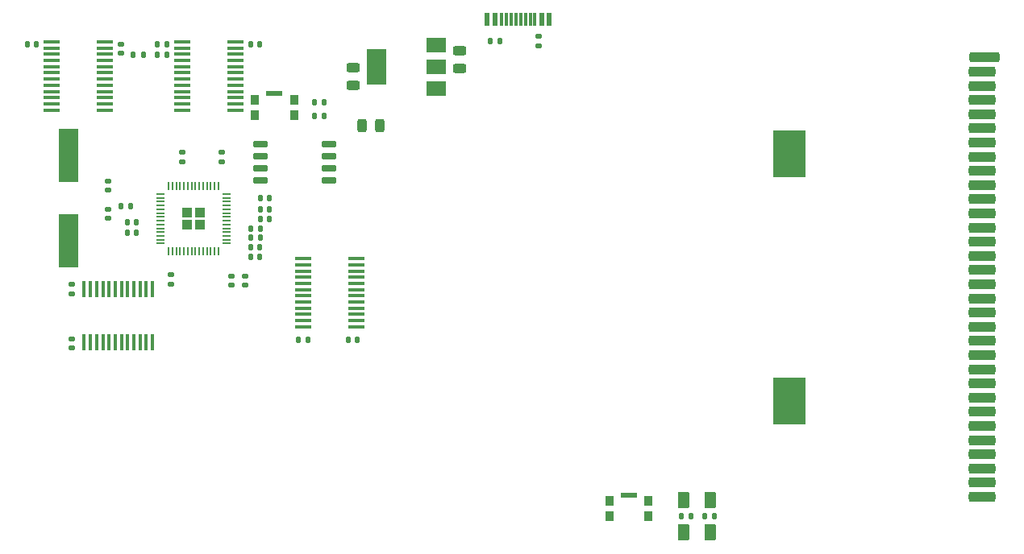
<source format=gtp>
G04 #@! TF.GenerationSoftware,KiCad,Pcbnew,6.0.2+dfsg-1*
G04 #@! TF.CreationDate,2022-11-20T12:02:48+01:00*
G04 #@! TF.ProjectId,gb-stream-cart,67622d73-7472-4656-916d-2d636172742e,REV1*
G04 #@! TF.SameCoordinates,PX4cf3b50PY7de2900*
G04 #@! TF.FileFunction,Paste,Top*
G04 #@! TF.FilePolarity,Positive*
%FSLAX46Y46*%
G04 Gerber Fmt 4.6, Leading zero omitted, Abs format (unit mm)*
G04 Created by KiCad (PCBNEW 6.0.2+dfsg-1) date 2022-11-20 12:02:48*
%MOMM*%
%LPD*%
G01*
G04 APERTURE LIST*
G04 Aperture macros list*
%AMRoundRect*
0 Rectangle with rounded corners*
0 $1 Rounding radius*
0 $2 $3 $4 $5 $6 $7 $8 $9 X,Y pos of 4 corners*
0 Add a 4 corners polygon primitive as box body*
4,1,4,$2,$3,$4,$5,$6,$7,$8,$9,$2,$3,0*
0 Add four circle primitives for the rounded corners*
1,1,$1+$1,$2,$3*
1,1,$1+$1,$4,$5*
1,1,$1+$1,$6,$7*
1,1,$1+$1,$8,$9*
0 Add four rect primitives between the rounded corners*
20,1,$1+$1,$2,$3,$4,$5,0*
20,1,$1+$1,$4,$5,$6,$7,0*
20,1,$1+$1,$6,$7,$8,$9,0*
20,1,$1+$1,$8,$9,$2,$3,0*%
G04 Aperture macros list end*
%ADD10RoundRect,0.135000X0.135000X0.185000X-0.135000X0.185000X-0.135000X-0.185000X0.135000X-0.185000X0*%
%ADD11RoundRect,0.147500X-0.147500X-0.172500X0.147500X-0.172500X0.147500X0.172500X-0.147500X0.172500X0*%
%ADD12RoundRect,0.243750X0.243750X0.456250X-0.243750X0.456250X-0.243750X-0.456250X0.243750X-0.456250X0*%
%ADD13RoundRect,0.147500X0.147500X0.172500X-0.147500X0.172500X-0.147500X-0.172500X0.147500X-0.172500X0*%
%ADD14RoundRect,0.135000X-0.135000X-0.185000X0.135000X-0.185000X0.135000X0.185000X-0.135000X0.185000X0*%
%ADD15RoundRect,0.140000X-0.140000X-0.170000X0.140000X-0.170000X0.140000X0.170000X-0.140000X0.170000X0*%
%ADD16R,2.100000X5.600000*%
%ADD17RoundRect,0.243750X-0.456250X0.243750X-0.456250X-0.243750X0.456250X-0.243750X0.456250X0.243750X0*%
%ADD18RoundRect,0.147500X-0.172500X0.147500X-0.172500X-0.147500X0.172500X-0.147500X0.172500X0.147500X0*%
%ADD19R,2.000000X1.500000*%
%ADD20R,2.000000X3.800000*%
%ADD21R,3.500000X5.000000*%
%ADD22RoundRect,0.275000X1.125000X-0.275000X1.125000X0.275000X-1.125000X0.275000X-1.125000X-0.275000X0*%
%ADD23RoundRect,0.275000X1.325000X-0.275000X1.325000X0.275000X-1.325000X0.275000X-1.325000X-0.275000X0*%
%ADD24R,1.676400X0.355600*%
%ADD25RoundRect,0.147500X0.172500X-0.147500X0.172500X0.147500X-0.172500X0.147500X-0.172500X-0.147500X0*%
%ADD26R,0.600000X1.450000*%
%ADD27R,0.300000X1.450000*%
%ADD28R,0.355600X1.676400*%
%ADD29RoundRect,0.140000X0.140000X0.170000X-0.140000X0.170000X-0.140000X-0.170000X0.140000X-0.170000X0*%
%ADD30RoundRect,0.135000X0.185000X-0.135000X0.185000X0.135000X-0.185000X0.135000X-0.185000X-0.135000X0*%
%ADD31RoundRect,0.250000X0.375000X0.625000X-0.375000X0.625000X-0.375000X-0.625000X0.375000X-0.625000X0*%
%ADD32R,0.900000X1.000000*%
%ADD33R,1.700000X0.550000*%
%ADD34RoundRect,0.250000X-0.292217X0.292217X-0.292217X-0.292217X0.292217X-0.292217X0.292217X0.292217X0*%
%ADD35RoundRect,0.050000X-0.050000X0.387500X-0.050000X-0.387500X0.050000X-0.387500X0.050000X0.387500X0*%
%ADD36RoundRect,0.050000X-0.387500X0.050000X-0.387500X-0.050000X0.387500X-0.050000X0.387500X0.050000X0*%
%ADD37RoundRect,0.150000X0.650000X0.150000X-0.650000X0.150000X-0.650000X-0.150000X0.650000X-0.150000X0*%
%ADD38RoundRect,0.140000X0.170000X-0.140000X0.170000X0.140000X-0.170000X0.140000X-0.170000X-0.140000X0*%
%ADD39RoundRect,0.140000X-0.170000X0.140000X-0.170000X-0.140000X0.170000X-0.140000X0.170000X0.140000X0*%
G04 APERTURE END LIST*
D10*
X94410000Y10400000D03*
X93390000Y10400000D03*
D11*
X46730000Y43830000D03*
X47700000Y43830000D03*
D12*
X59237500Y51500000D03*
X57362500Y51500000D03*
D13*
X33700000Y41300250D03*
X32730000Y41300250D03*
D14*
X52380000Y53900000D03*
X53400000Y53900000D03*
D15*
X55920000Y29000000D03*
X56880000Y29000000D03*
D10*
X36910000Y58900000D03*
X35890000Y58900000D03*
D16*
X26584000Y48340250D03*
X26584000Y39340250D03*
D17*
X56500000Y57550000D03*
X56500000Y55675000D03*
D18*
X45100000Y35681250D03*
X45100000Y34711250D03*
D19*
X65200000Y55337500D03*
X65200000Y57637500D03*
D20*
X58900000Y57637500D03*
D19*
X65200000Y59937500D03*
D11*
X45700000Y37681250D03*
X46670000Y37681250D03*
D21*
X102305000Y48550000D03*
X102305000Y22550000D03*
D22*
X122545000Y12455000D03*
X122545000Y13945000D03*
X122545000Y15435000D03*
X122545000Y16925000D03*
X122545000Y18415000D03*
X122545000Y19905000D03*
X122545000Y21395000D03*
X122545000Y22885000D03*
X122545000Y24375000D03*
X122545000Y25865000D03*
X122545000Y27355000D03*
X122545000Y28845000D03*
X122545000Y30335000D03*
X122545000Y31825000D03*
X122545000Y33315000D03*
X122545000Y34805000D03*
X122545000Y36295000D03*
X122545000Y37785000D03*
X122545000Y39275000D03*
X122545000Y40765000D03*
X122545000Y42255000D03*
X122545000Y43745000D03*
X122545000Y45235000D03*
X122545000Y46725000D03*
X122545000Y48215000D03*
X122545000Y49705000D03*
X122545000Y51195000D03*
X122545000Y52685000D03*
X122545000Y54175000D03*
X122545000Y55665000D03*
X122545000Y57155000D03*
D23*
X122745000Y58645000D03*
D14*
X70890000Y60400000D03*
X71910000Y60400000D03*
D15*
X35920000Y60000000D03*
X36880000Y60000000D03*
D10*
X91910000Y10400000D03*
X90890000Y10400000D03*
D24*
X38480600Y60274999D03*
X38480600Y59625000D03*
X38480600Y58975002D03*
X38480600Y58325001D03*
X38480600Y57675002D03*
X38480600Y57025001D03*
X38480600Y56375002D03*
X38480600Y55725001D03*
X38480600Y55075002D03*
X38480600Y54425001D03*
X38480600Y53775002D03*
X38480600Y53125001D03*
X44119400Y53125001D03*
X44119400Y53775000D03*
X44119400Y54425001D03*
X44119400Y55074999D03*
X44119400Y55725001D03*
X44119400Y56374999D03*
X44119400Y57024998D03*
X44119400Y57674999D03*
X44119400Y58324998D03*
X44119400Y58974999D03*
X44119400Y59624998D03*
X44119400Y60274999D03*
X24780600Y60274999D03*
X24780600Y59625000D03*
X24780600Y58975002D03*
X24780600Y58325001D03*
X24780600Y57675002D03*
X24780600Y57025001D03*
X24780600Y56375002D03*
X24780600Y55725001D03*
X24780600Y55075002D03*
X24780600Y54425001D03*
X24780600Y53775002D03*
X24780600Y53125001D03*
X30419400Y53125001D03*
X30419400Y53775000D03*
X30419400Y54425001D03*
X30419400Y55074999D03*
X30419400Y55725001D03*
X30419400Y56374999D03*
X30419400Y57024998D03*
X30419400Y57674999D03*
X30419400Y58324998D03*
X30419400Y58974999D03*
X30419400Y59624998D03*
X30419400Y60274999D03*
D10*
X53400000Y52500000D03*
X52380000Y52500000D03*
D18*
X30700000Y42681250D03*
X30700000Y41711250D03*
D10*
X33095000Y42981250D03*
X32075000Y42981250D03*
D25*
X42700000Y47681250D03*
X42700000Y48651250D03*
D26*
X77050000Y62615000D03*
X76250000Y62615000D03*
D27*
X75050000Y62615000D03*
X74050000Y62615000D03*
X73550000Y62615000D03*
X72550000Y62615000D03*
D26*
X71350000Y62615000D03*
X70550000Y62615000D03*
X70550000Y62615000D03*
X71350000Y62615000D03*
D27*
X72050000Y62615000D03*
X73050000Y62615000D03*
X74550000Y62615000D03*
X75550000Y62615000D03*
D26*
X76250000Y62615000D03*
X77050000Y62615000D03*
D28*
X28225001Y28680600D03*
X28875000Y28680600D03*
X29524998Y28680600D03*
X30174999Y28680600D03*
X30824998Y28680600D03*
X31474999Y28680600D03*
X32124998Y28680600D03*
X32774999Y28680600D03*
X33424998Y28680600D03*
X34074999Y28680600D03*
X34724998Y28680600D03*
X35374999Y28680600D03*
X35374999Y34319400D03*
X34725000Y34319400D03*
X34074999Y34319400D03*
X33425001Y34319400D03*
X32774999Y34319400D03*
X32125001Y34319400D03*
X31475002Y34319400D03*
X30825001Y34319400D03*
X30175002Y34319400D03*
X29525001Y34319400D03*
X28875002Y34319400D03*
X28225001Y34319400D03*
D10*
X34410000Y58900000D03*
X33390000Y58900000D03*
D11*
X46700000Y42681250D03*
X47670000Y42681250D03*
D25*
X38500000Y47681250D03*
X38500000Y48651250D03*
D29*
X51680000Y29000000D03*
X50720000Y29000000D03*
D30*
X75900000Y59890000D03*
X75900000Y60910000D03*
D13*
X33700000Y40181250D03*
X32730000Y40181250D03*
D31*
X94000000Y8700000D03*
X91200000Y8700000D03*
D11*
X46700000Y41681250D03*
X47670000Y41681250D03*
D32*
X50250000Y54200000D03*
X46150000Y54200000D03*
X46150000Y52600000D03*
X50250000Y52600000D03*
D33*
X48200000Y54825000D03*
D17*
X67600000Y59337500D03*
X67600000Y57462500D03*
D34*
X39062500Y42318750D03*
X40337500Y42318750D03*
X39062500Y41043750D03*
X40337500Y41043750D03*
D35*
X42300000Y45118750D03*
X41900000Y45118750D03*
X41500000Y45118750D03*
X41100000Y45118750D03*
X40700000Y45118750D03*
X40300000Y45118750D03*
X39900000Y45118750D03*
X39500000Y45118750D03*
X39100000Y45118750D03*
X38700000Y45118750D03*
X38300000Y45118750D03*
X37900000Y45118750D03*
X37500000Y45118750D03*
X37100000Y45118750D03*
D36*
X36262500Y44281250D03*
X36262500Y43881250D03*
X36262500Y43481250D03*
X36262500Y43081250D03*
X36262500Y42681250D03*
X36262500Y42281250D03*
X36262500Y41881250D03*
X36262500Y41481250D03*
X36262500Y41081250D03*
X36262500Y40681250D03*
X36262500Y40281250D03*
X36262500Y39881250D03*
X36262500Y39481250D03*
X36262500Y39081250D03*
D35*
X37100000Y38243750D03*
X37500000Y38243750D03*
X37900000Y38243750D03*
X38300000Y38243750D03*
X38700000Y38243750D03*
X39100000Y38243750D03*
X39500000Y38243750D03*
X39900000Y38243750D03*
X40300000Y38243750D03*
X40700000Y38243750D03*
X41100000Y38243750D03*
X41500000Y38243750D03*
X41900000Y38243750D03*
X42300000Y38243750D03*
D36*
X43137500Y39081250D03*
X43137500Y39481250D03*
X43137500Y39881250D03*
X43137500Y40281250D03*
X43137500Y40681250D03*
X43137500Y41081250D03*
X43137500Y41481250D03*
X43137500Y41881250D03*
X43137500Y42281250D03*
X43137500Y42681250D03*
X43137500Y43081250D03*
X43137500Y43481250D03*
X43137500Y43881250D03*
X43137500Y44281250D03*
D10*
X46695000Y40681250D03*
X45675000Y40681250D03*
D31*
X94000000Y12100000D03*
X91200000Y12100000D03*
D15*
X22220000Y60000000D03*
X23180000Y60000000D03*
D25*
X30700000Y44681250D03*
X30700000Y45651250D03*
D29*
X46680000Y60000000D03*
X45720000Y60000000D03*
D37*
X53950000Y45700000D03*
X53950000Y46970000D03*
X53950000Y48240000D03*
X53950000Y49510000D03*
X46750000Y49510000D03*
X46750000Y48240000D03*
X46750000Y46970000D03*
X46750000Y45700000D03*
D32*
X83350000Y12000000D03*
X87450000Y12000000D03*
X83350000Y10400000D03*
X87450000Y10400000D03*
D33*
X85400000Y12625000D03*
D11*
X45700000Y38681250D03*
X46670000Y38681250D03*
D38*
X26900000Y33820000D03*
X26900000Y34780000D03*
D18*
X37300000Y35781250D03*
X37300000Y34811250D03*
X43700000Y35681250D03*
X43700000Y34711250D03*
D38*
X32100000Y59100000D03*
X32100000Y60060000D03*
D10*
X46695000Y39681250D03*
X45675000Y39681250D03*
D24*
X56819400Y30325001D03*
X56819400Y30975000D03*
X56819400Y31624998D03*
X56819400Y32274999D03*
X56819400Y32924998D03*
X56819400Y33574999D03*
X56819400Y34224998D03*
X56819400Y34874999D03*
X56819400Y35524998D03*
X56819400Y36174999D03*
X56819400Y36824998D03*
X56819400Y37474999D03*
X51180600Y37474999D03*
X51180600Y36825000D03*
X51180600Y36174999D03*
X51180600Y35525001D03*
X51180600Y34874999D03*
X51180600Y34225001D03*
X51180600Y33575002D03*
X51180600Y32925001D03*
X51180600Y32275002D03*
X51180600Y31625001D03*
X51180600Y30975002D03*
X51180600Y30325001D03*
D39*
X26900000Y29080000D03*
X26900000Y28120000D03*
M02*

</source>
